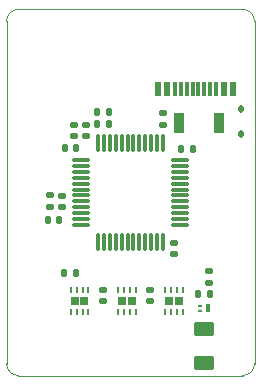
<source format=gbr>
%TF.GenerationSoftware,KiCad,Pcbnew,9.0.3-9.0.3-0~ubuntu24.04.1*%
%TF.CreationDate,2025-10-28T20:09:37+01:00*%
%TF.ProjectId,ant control board v2,616e7420-636f-46e7-9472-6f6c20626f61,2.0*%
%TF.SameCoordinates,Original*%
%TF.FileFunction,Paste,Top*%
%TF.FilePolarity,Positive*%
%FSLAX46Y46*%
G04 Gerber Fmt 4.6, Leading zero omitted, Abs format (unit mm)*
G04 Created by KiCad (PCBNEW 9.0.3-9.0.3-0~ubuntu24.04.1) date 2025-10-28 20:09:37*
%MOMM*%
%LPD*%
G01*
G04 APERTURE LIST*
G04 Aperture macros list*
%AMRoundRect*
0 Rectangle with rounded corners*
0 $1 Rounding radius*
0 $2 $3 $4 $5 $6 $7 $8 $9 X,Y pos of 4 corners*
0 Add a 4 corners polygon primitive as box body*
4,1,4,$2,$3,$4,$5,$6,$7,$8,$9,$2,$3,0*
0 Add four circle primitives for the rounded corners*
1,1,$1+$1,$2,$3*
1,1,$1+$1,$4,$5*
1,1,$1+$1,$6,$7*
1,1,$1+$1,$8,$9*
0 Add four rect primitives between the rounded corners*
20,1,$1+$1,$2,$3,$4,$5,0*
20,1,$1+$1,$4,$5,$6,$7,0*
20,1,$1+$1,$6,$7,$8,$9,0*
20,1,$1+$1,$8,$9,$2,$3,0*%
G04 Aperture macros list end*
%ADD10RoundRect,0.140000X0.170000X-0.140000X0.170000X0.140000X-0.170000X0.140000X-0.170000X-0.140000X0*%
%ADD11RoundRect,0.135000X0.135000X0.185000X-0.135000X0.185000X-0.135000X-0.185000X0.135000X-0.185000X0*%
%ADD12R,0.400000X0.250000*%
%ADD13R,0.400000X0.700000*%
%ADD14RoundRect,0.135000X0.185000X-0.135000X0.185000X0.135000X-0.185000X0.135000X-0.185000X-0.135000X0*%
%ADD15RoundRect,0.140000X-0.140000X-0.170000X0.140000X-0.170000X0.140000X0.170000X-0.140000X0.170000X0*%
%ADD16RoundRect,0.135000X-0.185000X0.135000X-0.185000X-0.135000X0.185000X-0.135000X0.185000X0.135000X0*%
%ADD17R,0.600000X1.150000*%
%ADD18R,0.300000X1.150000*%
%ADD19RoundRect,0.112500X0.112500X-0.187500X0.112500X0.187500X-0.112500X0.187500X-0.112500X-0.187500X0*%
%ADD20R,0.900000X1.700000*%
%ADD21RoundRect,0.075000X-0.662500X-0.075000X0.662500X-0.075000X0.662500X0.075000X-0.662500X0.075000X0*%
%ADD22RoundRect,0.075000X-0.075000X-0.662500X0.075000X-0.662500X0.075000X0.662500X-0.075000X0.662500X0*%
%ADD23RoundRect,0.135000X-0.135000X-0.185000X0.135000X-0.185000X0.135000X0.185000X-0.135000X0.185000X0*%
%ADD24R,0.650000X0.750000*%
%ADD25RoundRect,0.062500X0.062500X-0.187500X0.062500X0.187500X-0.062500X0.187500X-0.062500X-0.187500X0*%
%ADD26RoundRect,0.140000X-0.170000X0.140000X-0.170000X-0.140000X0.170000X-0.140000X0.170000X0.140000X0*%
%ADD27RoundRect,0.140000X0.140000X0.170000X-0.140000X0.170000X-0.140000X-0.170000X0.140000X-0.170000X0*%
%ADD28RoundRect,0.250000X-0.625000X0.375000X-0.625000X-0.375000X0.625000X-0.375000X0.625000X0.375000X0*%
%TA.AperFunction,Profile*%
%ADD29C,0.050000*%
%TD*%
G04 APERTURE END LIST*
D10*
%TO.C,C15*%
X105690000Y-120730000D03*
X105690000Y-119770000D03*
%TD*%
%TO.C,C13*%
X104690000Y-120730000D03*
X104690000Y-119770000D03*
%TD*%
D11*
%TO.C,R9*%
X107680000Y-118700000D03*
X106660000Y-118700000D03*
%TD*%
D10*
%TO.C,C6*%
X107190000Y-134680000D03*
X107190000Y-133720000D03*
%TD*%
D12*
%TO.C,Q1*%
X115340000Y-135075000D03*
X115340000Y-135525000D03*
D13*
X116040000Y-135300000D03*
%TD*%
D10*
%TO.C,C18*%
X103690000Y-126730000D03*
X103690000Y-125770000D03*
%TD*%
D14*
%TO.C,R11*%
X116153000Y-133146000D03*
X116153000Y-132126000D03*
%TD*%
D15*
%TO.C,C5*%
X103890000Y-132300000D03*
X104850000Y-132300000D03*
%TD*%
D16*
%TO.C,R6*%
X102670000Y-125740000D03*
X102670000Y-126760000D03*
%TD*%
D17*
%TO.C,J3*%
X118200000Y-116755000D03*
X117400000Y-116755000D03*
D18*
X116750000Y-116755000D03*
X116250000Y-116755000D03*
X115750000Y-116755000D03*
X115250000Y-116755000D03*
X114750000Y-116755000D03*
X114250000Y-116755000D03*
X113750000Y-116755000D03*
X113250000Y-116755000D03*
D17*
X112600000Y-116755000D03*
X111800000Y-116755000D03*
%TD*%
D11*
%TO.C,R8*%
X107680000Y-119700000D03*
X106660000Y-119700000D03*
%TD*%
D15*
%TO.C,C16*%
X113810000Y-121850000D03*
X114770000Y-121850000D03*
%TD*%
D19*
%TO.C,D1*%
X118890000Y-120550000D03*
X118890000Y-118450000D03*
%TD*%
D20*
%TO.C,SW1*%
X116990000Y-119650000D03*
X113590000Y-119650000D03*
%TD*%
D10*
%TO.C,C7*%
X111190000Y-134680000D03*
X111190000Y-133720000D03*
%TD*%
D21*
%TO.C,U6*%
X105337500Y-122750000D03*
X105337500Y-123250000D03*
X105337500Y-123750000D03*
X105337500Y-124250000D03*
X105337500Y-124750000D03*
X105337500Y-125250000D03*
X105337500Y-125750000D03*
X105337500Y-126250000D03*
X105337500Y-126750000D03*
X105337500Y-127250000D03*
X105337500Y-127750000D03*
X105337500Y-128250000D03*
D22*
X106750000Y-129662500D03*
X107250000Y-129662500D03*
X107750000Y-129662500D03*
X108250000Y-129662500D03*
X108750000Y-129662500D03*
X109250000Y-129662500D03*
X109750000Y-129662500D03*
X110250000Y-129662500D03*
X110750000Y-129662500D03*
X111250000Y-129662500D03*
X111750000Y-129662500D03*
X112250000Y-129662500D03*
D21*
X113662500Y-128250000D03*
X113662500Y-127750000D03*
X113662500Y-127250000D03*
X113662500Y-126750000D03*
X113662500Y-126250000D03*
X113662500Y-125750000D03*
X113662500Y-125250000D03*
X113662500Y-124750000D03*
X113662500Y-124250000D03*
X113662500Y-123750000D03*
X113662500Y-123250000D03*
X113662500Y-122750000D03*
D22*
X112250000Y-121337500D03*
X111750000Y-121337500D03*
X111250000Y-121337500D03*
X110750000Y-121337500D03*
X110250000Y-121337500D03*
X109750000Y-121337500D03*
X109250000Y-121337500D03*
X108750000Y-121337500D03*
X108250000Y-121337500D03*
X107750000Y-121337500D03*
X107250000Y-121337500D03*
X106750000Y-121337500D03*
%TD*%
D23*
%TO.C,R10*%
X115180000Y-134100000D03*
X116200000Y-134100000D03*
%TD*%
D24*
%TO.C,U2*%
X104790000Y-134700000D03*
X105590000Y-134700000D03*
D25*
X104440000Y-135650000D03*
X104940000Y-135650000D03*
X105440000Y-135650000D03*
X105940000Y-135650000D03*
X105940000Y-133750000D03*
X105440000Y-133750000D03*
X104940000Y-133750000D03*
X104440000Y-133750000D03*
%TD*%
D26*
%TO.C,C17*%
X113220000Y-129770000D03*
X113220000Y-130730000D03*
%TD*%
D15*
%TO.C,C11*%
X102520000Y-127800000D03*
X103480000Y-127800000D03*
%TD*%
D16*
%TO.C,R7*%
X112290000Y-118790000D03*
X112290000Y-119810000D03*
%TD*%
D27*
%TO.C,C14*%
X104920000Y-121750000D03*
X103960000Y-121750000D03*
%TD*%
D24*
%TO.C,U3*%
X108790000Y-134700000D03*
X109590000Y-134700000D03*
D25*
X108440000Y-135650000D03*
X108940000Y-135650000D03*
X109440000Y-135650000D03*
X109940000Y-135650000D03*
X109940000Y-133750000D03*
X109440000Y-133750000D03*
X108940000Y-133750000D03*
X108440000Y-133750000D03*
%TD*%
D24*
%TO.C,U4*%
X112790000Y-134700000D03*
X113590000Y-134700000D03*
D25*
X112440000Y-135650000D03*
X112940000Y-135650000D03*
X113440000Y-135650000D03*
X113940000Y-135650000D03*
X113940000Y-133750000D03*
X113440000Y-133750000D03*
X112940000Y-133750000D03*
X112440000Y-133750000D03*
%TD*%
D28*
%TO.C,D2*%
X115690000Y-137100000D03*
X115690000Y-139900000D03*
%TD*%
D29*
X119000000Y-110000000D02*
X100000000Y-110000000D01*
X99000000Y-111000000D02*
G75*
G02*
X100000000Y-110000000I1000000J0D01*
G01*
X120000000Y-140000000D02*
X120000000Y-111000000D01*
X100000000Y-141000000D02*
X119000000Y-141000000D01*
X99000000Y-111000000D02*
X99000000Y-140000000D01*
X120000000Y-140000000D02*
G75*
G02*
X119000000Y-141000000I-1000000J0D01*
G01*
X100000000Y-141000000D02*
G75*
G02*
X99000000Y-140000000I0J1000000D01*
G01*
X119000000Y-110000000D02*
G75*
G02*
X120000000Y-111000000I0J-1000000D01*
G01*
M02*

</source>
